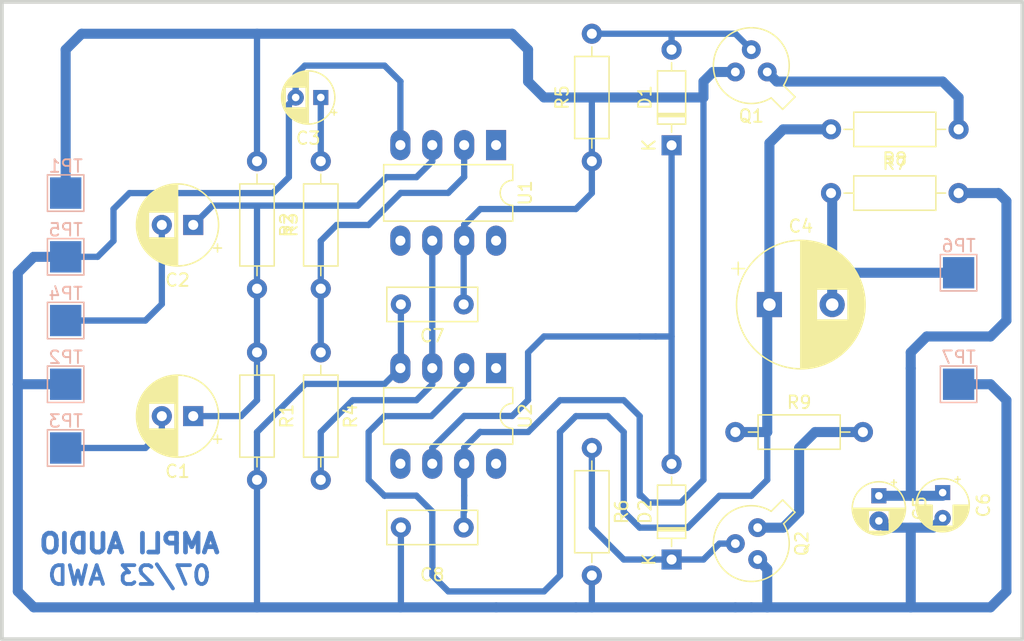
<source format=kicad_pcb>
(kicad_pcb (version 20211014) (generator pcbnew)
  (layers (0 "F.Cu" signal) (31 "B.Cu" signal) (34 "B.Paste" user) (35 "F.Paste" user) (36 "B.SilkS" user "B.Silkscreen") (37 "F.SilkS" user "F.Silkscreen") (38 "B.Mask" user) (39 "F.Mask" user) (44 "Edge.Cuts" user))
  (net 0 "")
  (net 1 "DCDCBOOST_15V")
  (net 2 "DCDCBOOST_0V")
  (net 3 "right+")
  (net 4 "left+")
  (net 5 "LOAD+")
  (net 6 "Net-(C1-Pad1)")
  (net 7 "Net-(R3-Pad1)")
  (net 8 "Net-(C3-Pad1)")
  (net 9 "Net-(R4-Pad2)")
  (net 10 "Net-(D1-Pad2)")
  (net 11 "Net-(D2-Pad1)")
  (net 12 "Net-(C5-Pad1)")
  (net 13 "Net-(C4-Pad1)")
  (net 19 "Net-(D1-Pad1)")
  (net 21 "Net-(Q1-Pad1)")
  (net 22 "Net-(Q2-Pad1)")
  (footprint "Capacitor_THT:CP_Radial_D4.0mm_P1.50mm" (layer "F.Cu") (at 176.53 113.03 -90)
    (fp_text reference "C6" (at 0.75 -3.25 90) (layer "F.SilkS"))
    (fp_text value "1u")
    (pad "1" thru_hole rect (at -0.254 0 270) (size 1.2 1.2) (drill 0.6) (layers *.Cu *.Mask) (net 12 "Net-(C5-Pad1)"))
    (pad "2" thru_hole circle (at 1.778 0) (size 1.3 1.3) (drill 0.6) (layers *.Cu *.Mask) (net 2 "DCDCBOOST_0V"))
  )
  (footprint "Capacitor_THT:CP_Radial_D4.0mm_P2.00mm" (layer "F.Cu") (at 127 81.28 180)
    (fp_text reference "C3" (at 1 -3.25) (layer "F.SilkS"))
    (fp_text value "10u")
    (pad "1" thru_hole rect (at 0 0 180) (size 1.2 1.2) (drill 0.6) (layers *.Cu *.Mask) (net 8 "Net-(C3-Pad1)"))
    (pad "2" thru_hole circle (at 2 0 180) (size 1.3 1.3) (drill 0.6) (layers *.Cu *.Mask) (net 2 "DCDCBOOST_0V"))
  )
  (footprint "Resistor_THT:R_Axial_DIN0207_L6.3mm_D2.5mm_P10.16mm_Horizontal" (layer "F.Cu") (at 148.59 86.36 90)
    (fp_text reference "R5" (at 5.08 -2.37 90) (layer "F.SilkS"))
    (fp_text value "1k")
    (pad "1" thru_hole circle (at 0 0 90) (size 1.6 1.6) (drill 0.8) (layers *.Cu *.Mask) (net 1 "DCDCBOOST_15V"))
    (pad "2" thru_hole oval (at 10.16 0 90) (size 1.6 1.6) (drill 0.8) (layers *.Cu *.Mask) (net 10 "Net-(D1-Pad2)"))
  )
  (footprint "Resistor_THT:R_Axial_DIN0207_L6.3mm_D2.5mm_P10.16mm_Horizontal" (layer "F.Cu") (at 177.8 83.82 180)
    (fp_text reference "R8" (at 5.08 -2.37) (layer "F.SilkS"))
    (fp_text value "22")
    (pad "1" thru_hole circle (at 0 0 180) (size 1.6 1.6) (drill 0.8) (layers *.Cu *.Mask) (net 21 "Net-(Q1-Pad1)"))
    (pad "2" thru_hole oval (at 10.16 0 180) (size 1.6 1.6) (drill 0.8) (layers *.Cu *.Mask) (net 13 "Net-(C4-Pad1)"))
  )
  (footprint "Capacitor_THT:CP_Radial_D10.0mm_P5.00mm" (layer "F.Cu") (at 162.732323 97.79)
    (fp_text reference "C4" (at 2.5 -6.25) (layer "F.SilkS"))
    (fp_text value "1000u")
    (pad "1" thru_hole rect (at 0 0) (size 2 2) (drill 1) (layers *.Cu *.Mask) (net 13 "Net-(C4-Pad1)"))
    (pad "2" thru_hole circle (at 5 0) (size 2 2) (drill 1) (layers *.Cu *.Mask) (net 5 "LOAD+"))
  )
  (footprint "Capacitor_THT:C_Rect_L7.0mm_W2.5mm_P5.00mm" (layer "F.Cu") (at 138.38 97.775 180)
    (fp_text reference "C7" (at 2.5 -2.5) (layer "F.SilkS"))
    (fp_text value "100n")
    (pad "1" thru_hole circle (at 0 0 180) (size 1.6 1.6) (drill 0.8) (layers *.Cu *.Mask) (net 1 "DCDCBOOST_15V"))
    (pad "2" thru_hole circle (at 5 0 180) (size 1.6 1.6) (drill 0.8) (layers *.Cu *.Mask) (net 2 "DCDCBOOST_0V"))
  )
  (footprint "Package_TO_SOT_THT:TO-18-3" (layer "F.Cu") (at 162.56 78.74 180)
    (fp_text reference "Q1" (at 1.27 -4.02) (layer "F.SilkS"))
    (fp_text value "2N2222")
    (pad "1" thru_hole oval (at 0 -0.508 180) (size 1.5 1.5) (drill 0.7) (layers *.Cu *.Mask) (net 21 "Net-(Q1-Pad1)"))
    (pad "2" thru_hole oval (at 1.27 1.27 180) (size 1.5 1.5) (drill 0.7) (layers *.Cu *.Mask) (net 10 "Net-(D1-Pad2)"))
    (pad "3" thru_hole oval (at 2.54 -0.508 180) (size 1.5 1.5) (drill 0.7) (layers *.Cu *.Mask) (net 1 "DCDCBOOST_15V"))
  )
  (footprint "Capacitor_THT:CP_Radial_D6.3mm_P2.50mm" (layer "F.Cu") (at 116.84 106.68 180)
    (fp_text reference "C1" (at 1.25 -4.4) (layer "F.SilkS"))
    (fp_text value "100u")
    (pad "1" thru_hole rect (at 0 0 180) (size 1.6 1.6) (drill 0.8) (layers *.Cu *.Mask) (net 6 "Net-(C1-Pad1)"))
    (pad "2" thru_hole circle (at 2.5 0 180) (size 1.6 1.6) (drill 0.8) (layers *.Cu *.Mask) (net 3 "right+"))
  )
  (footprint "Capacitor_THT:CP_Radial_D6.3mm_P2.50mm" (layer "F.Cu") (at 116.84 91.44 180)
    (fp_text reference "C2" (at 1.25 -4.4) (layer "F.SilkS"))
    (fp_text value "100u")
    (pad "1" thru_hole rect (at 0 0 180) (size 1.6 1.6) (drill 0.8) (layers *.Cu *.Mask) (net 6 "Net-(C1-Pad1)"))
    (pad "2" thru_hole circle (at 2.5 0 180) (size 1.6 1.6) (drill 0.8) (layers *.Cu *.Mask) (net 4 "left+"))
  )
  (footprint "Diode_THT:D_DO-35_SOD27_P7.62mm_Horizontal" (layer "F.Cu") (at 154.94 118.11 90)
    (fp_text reference "D2" (at 3.81 -2.12 90) (layer "F.SilkS"))
    (fp_text value "1N4148")
    (fp_text user "K" (at 0 -1.8 90) (layer "F.SilkS"))
    (pad "1" thru_hole rect (at 0 0 90) (size 1.6 1.6) (drill 0.8) (layers *.Cu *.Mask) (net 11 "Net-(D2-Pad1)"))
    (pad "2" thru_hole oval (at 7.62 0 90) (size 1.6 1.6) (drill 0.8) (layers *.Cu *.Mask) (net 19 "Net-(D1-Pad1)"))
  )
  (footprint "Resistor_THT:R_Axial_DIN0207_L6.3mm_D2.5mm_P10.16mm_Horizontal" (layer "F.Cu") (at 121.92 86.36 -90)
    (fp_text reference "R2" (at 5.08 -2.37 90) (layer "F.SilkS"))
    (fp_text value "1k")
    (pad "1" thru_hole circle (at 0 0 270) (size 1.6 1.6) (drill 0.8) (layers *.Cu *.Mask) (net 1 "DCDCBOOST_15V"))
    (pad "2" thru_hole oval (at 10.16 0 270) (size 1.6 1.6) (drill 0.8) (layers *.Cu *.Mask) (net 6 "Net-(C1-Pad1)"))
  )
  (footprint "Resistor_THT:R_Axial_DIN0207_L6.3mm_D2.5mm_P10.16mm_Horizontal" (layer "F.Cu") (at 127 101.6 -90)
    (fp_text reference "R4" (at 5.08 -2.37 90) (layer "F.SilkS"))
    (fp_text value "10k")
    (pad "1" thru_hole circle (at 0 0 270) (size 1.6 1.6) (drill 0.8) (layers *.Cu *.Mask) (net 7 "Net-(R3-Pad1)"))
    (pad "2" thru_hole oval (at 10.16 0 270) (size 1.6 1.6) (drill 0.8) (layers *.Cu *.Mask) (net 9 "Net-(R4-Pad2)"))
  )
  (footprint "Resistor_THT:R_Axial_DIN0207_L6.3mm_D2.5mm_P10.16mm_Horizontal" (layer "F.Cu") (at 167.64 88.9)
    (fp_text reference "R7" (at 5.08 -2.37) (layer "F.SilkS"))
    (fp_text value "22")
    (pad "1" thru_hole circle (at 0 0) (size 1.6 1.6) (drill 0.8) (layers *.Cu *.Mask) (net 5 "LOAD+"))
    (pad "2" thru_hole oval (at 10.16 0) (size 1.6 1.6) (drill 0.8) (layers *.Cu *.Mask) (net 12 "Net-(C5-Pad1)"))
  )
  (footprint "Package_TO_SOT_THT:TO-18-3" (layer "F.Cu") (at 161.29 115.57 -90)
    (fp_text reference "Q2" (at 1.27 -4.02 90) (layer "F.SilkS"))
    (fp_text value "2N2907")
    (pad "1" thru_hole oval (at 0 -0.508 270) (size 1.5 1.5) (drill 0.7) (layers *.Cu *.Mask) (net 22 "Net-(Q2-Pad1)"))
    (pad "2" thru_hole oval (at 1.27 1.27 270) (size 1.5 1.5) (drill 0.7) (layers *.Cu *.Mask) (net 11 "Net-(D2-Pad1)"))
    (pad "3" thru_hole oval (at 2.54 -0.508 270) (size 1.5 1.5) (drill 0.7) (layers *.Cu *.Mask) (net 2 "DCDCBOOST_0V"))
  )
  (footprint "Resistor_THT:R_Axial_DIN0207_L6.3mm_D2.5mm_P10.16mm_Horizontal" (layer "F.Cu") (at 121.92 101.6 -90)
    (fp_text reference "R1" (at 5.08 -2.37 90) (layer "F.SilkS"))
    (fp_text value "1k")
    (pad "1" thru_hole circle (at 0 0 270) (size 1.6 1.6) (drill 0.8) (layers *.Cu *.Mask) (net 6 "Net-(C1-Pad1)"))
    (pad "2" thru_hole oval (at 10.16 0 270) (size 1.6 1.6) (drill 0.8) (layers *.Cu *.Mask) (net 2 "DCDCBOOST_0V"))
  )
  (footprint "Resistor_THT:R_Axial_DIN0207_L6.3mm_D2.5mm_P10.16mm_Horizontal" (layer "F.Cu") (at 148.59 109.22 -90)
    (fp_text reference "R6" (at 5.08 -2.37 90) (layer "F.SilkS"))
    (fp_text value "1k")
    (pad "1" thru_hole circle (at 0 0 270) (size 1.6 1.6) (drill 0.8) (layers *.Cu *.Mask) (net 11 "Net-(D2-Pad1)"))
    (pad "2" thru_hole oval (at 10.16 0 270) (size 1.6 1.6) (drill 0.8) (layers *.Cu *.Mask) (net 2 "DCDCBOOST_0V"))
  )
  (footprint "Package_DIP:DIP-8_W7.62mm_LongPads" (layer "F.Cu") (at 140.96 85.075 -90)
    (fp_text reference "U1" (at 3.81 -2.33 90) (layer "F.SilkS"))
    (fp_text value "LM741")
    (pad "1" thru_hole rect (at 0 0 270) (size 2.4 1.6) (drill 0.8) (layers *.Cu *.Mask))
    (pad "2" thru_hole oval (at 0 2.54 270) (size 2.4 1.6) (drill 0.8) (layers *.Cu *.Mask) (net 7 "Net-(R3-Pad1)"))
    (pad "3" thru_hole oval (at 0 5.08 270) (size 2.4 1.6) (drill 0.8) (layers *.Cu *.Mask) (net 6 "Net-(C1-Pad1)"))
    (pad "4" thru_hole oval (at 0 7.62 270) (size 2.4 1.6) (drill 0.8) (layers *.Cu *.Mask) (net 2 "DCDCBOOST_0V"))
    (pad "5" thru_hole oval (at 7.62 7.62 270) (size 2.4 1.6) (drill 0.8) (layers *.Cu *.Mask))
    (pad "6" thru_hole oval (at 7.62 5.08 270) (size 2.4 1.6) (drill 0.8) (layers *.Cu *.Mask) (net 9 "Net-(R4-Pad2)"))
    (pad "7" thru_hole oval (at 7.62 2.54 270) (size 2.4 1.6) (drill 0.8) (layers *.Cu *.Mask) (net 1 "DCDCBOOST_15V"))
    (pad "8" thru_hole oval (at 7.62 0 270) (size 2.4 1.6) (drill 0.8) (layers *.Cu *.Mask))
  )
  (footprint "Package_DIP:DIP-8_W7.62mm_LongPads" (layer "F.Cu") (at 140.96 102.855 -90)
    (fp_text reference "U2" (at 3.81 -2.33 90) (layer "F.SilkS"))
    (fp_text value "LM741")
    (pad "1" thru_hole rect (at 0 0 270) (size 2.4 1.6) (drill 0.8) (layers *.Cu *.Mask))
    (pad "2" thru_hole oval (at 0 2.54 270) (size 2.4 1.6) (drill 0.8) (layers *.Cu *.Mask) (net 13 "Net-(C4-Pad1)"))
    (pad "3" thru_hole oval (at 0 5.08 270) (size 2.4 1.6) (drill 0.8) (layers *.Cu *.Mask) (net 9 "Net-(R4-Pad2)"))
    (pad "4" thru_hole oval (at 0 7.62 270) (size 2.4 1.6) (drill 0.8) (layers *.Cu *.Mask) (net 2 "DCDCBOOST_0V"))
    (pad "5" thru_hole oval (at 7.62 7.62 270) (size 2.4 1.6) (drill 0.8) (layers *.Cu *.Mask))
    (pad "6" thru_hole oval (at 7.62 5.08 270) (size 2.4 1.6) (drill 0.8) (layers *.Cu *.Mask) (net 19 "Net-(D1-Pad1)"))
    (pad "7" thru_hole oval (at 7.62 2.54 270) (size 2.4 1.6) (drill 0.8) (layers *.Cu *.Mask) (net 1 "DCDCBOOST_15V"))
    (pad "8" thru_hole oval (at 7.62 0 270) (size 2.4 1.6) (drill 0.8) (layers *.Cu *.Mask))
  )
  (footprint "Diode_THT:D_DO-35_SOD27_P7.62mm_Horizontal" (layer "F.Cu") (at 154.94 85.09 90)
    (fp_text reference "D1" (at 3.81 -2.12 90) (layer "F.SilkS"))
    (fp_text value "1N4148")
    (fp_text user "K" (at 0 -1.8 90) (layer "F.SilkS"))
    (pad "1" thru_hole rect (at 0 0 90) (size 1.6 1.6) (drill 0.8) (layers *.Cu *.Mask) (net 19 "Net-(D1-Pad1)"))
    (pad "2" thru_hole oval (at 7.62 0 90) (size 1.6 1.6) (drill 0.8) (layers *.Cu *.Mask) (net 10 "Net-(D1-Pad2)"))
  )
  (footprint "Resistor_THT:R_Axial_DIN0207_L6.3mm_D2.5mm_P10.16mm_Horizontal" (layer "F.Cu") (at 160.02 107.95)
    (fp_text reference "R9" (at 5.08 -2.37) (layer "F.SilkS"))
    (fp_text value "22")
    (pad "1" thru_hole circle (at 0 0) (size 1.6 1.6) (drill 0.8) (layers *.Cu *.Mask) (net 13 "Net-(C4-Pad1)"))
    (pad "2" thru_hole oval (at 10.16 0) (size 1.6 1.6) (drill 0.8) (layers *.Cu *.Mask) (net 22 "Net-(Q2-Pad1)"))
  )
  (footprint "Capacitor_THT:CP_Radial_D4.0mm_P2.00mm" (layer "F.Cu") (at 171.45 113.03 -90)
    (fp_text reference "C5" (at 1 -3.25 90) (layer "F.SilkS"))
    (fp_text value "1u")
    (pad "1" thru_hole rect (at 0 0 270) (size 1.2 1.2) (drill 0.6) (layers *.Cu *.Mask) (net 12 "Net-(C5-Pad1)"))
    (pad "2" thru_hole circle (at 2 0 270) (size 1.5 1.5) (drill 0.6) (layers *.Cu *.Mask) (net 2 "DCDCBOOST_0V"))
  )
  (footprint "Resistor_THT:R_Axial_DIN0207_L6.3mm_D2.5mm_P10.16mm_Horizontal" (layer "F.Cu") (at 127 96.52 90)
    (fp_text reference "R3" (at 5.08 -2.37 90) (layer "F.SilkS"))
    (fp_text value "470")
    (pad "1" thru_hole circle (at 0 0 90) (size 1.6 1.6) (drill 0.8) (layers *.Cu *.Mask) (net 7 "Net-(R3-Pad1)"))
    (pad "2" thru_hole oval (at 10.16 0 90) (size 1.6 1.6) (drill 0.8) (layers *.Cu *.Mask) (net 8 "Net-(C3-Pad1)"))
  )
  (footprint "Capacitor_THT:C_Rect_L7.0mm_W2.5mm_P5.00mm" (layer "F.Cu") (at 138.38 115.555 180)
    (fp_text reference "C8" (at 2.5 -3.77) (layer "F.SilkS"))
    (fp_text value "100n")
    (pad "1" thru_hole circle (at 0 0 180) (size 1.6 1.6) (drill 0.8) (layers *.Cu *.Mask) (net 1 "DCDCBOOST_15V"))
    (pad "2" thru_hole circle (at 5 0 180) (size 1.6 1.6) (drill 0.8) (layers *.Cu *.Mask) (net 2 "DCDCBOOST_0V"))
  )
  (footprint "TestPoint:TestPoint_Pad_2.5x2.5mm" (layer "B.Cu") (at 106.68 104.14 180)
    (fp_text reference "TP2" (at 0 2.148) (layer "B.SilkS") (effects (justify mirror)))
    (fp_text value "TestPoint")
    (pad "1" smd rect (at 0 0 180) (size 2.5 2.5) (layers "B.Cu" "B.Mask") (net 2 "DCDCBOOST_0V"))
  )
  (footprint "TestPoint:TestPoint_Pad_2.5x2.5mm" (layer "B.Cu") (at 177.8 104.14 180)
    (fp_text reference "TP7" (at 0 2.148) (layer "B.SilkS") (effects (justify mirror)))
    (fp_text value "TestPoint")
    (pad "1" smd rect (at 0 0 180) (size 2.5 2.5) (layers "B.Cu" "B.Mask") (net 2 "DCDCBOOST_0V"))
  )
  (footprint "TestPoint:TestPoint_Pad_2.5x2.5mm" (layer "B.Cu") (at 177.8 95.25 180)
    (fp_text reference "TP6" (at 0 2.148) (layer "B.SilkS") (effects (justify mirror)))
    (fp_text value "TestPoint")
    (pad "1" smd rect (at 0 0 180) (size 2.5 2.5) (layers "B.Cu" "B.Mask") (net 5 "LOAD+"))
  )
  (footprint "TestPoint:TestPoint_Pad_2.5x2.5mm" (layer "B.Cu") (at 106.68 99.06 180)
    (fp_text reference "TP4" (at 0 2.148) (layer "B.SilkS") (effects (justify mirror)))
    (fp_text value "TestPoint")
    (pad "1" smd rect (at 0 0 180) (size 2.5 2.5) (layers "B.Cu" "B.Mask") (net 4 "left+"))
  )
  (footprint "TestPoint:TestPoint_Pad_2.5x2.5mm" (layer "B.Cu") (at 106.68 88.9 180)
    (fp_text reference "TP1" (at 0 2.148) (layer "B.SilkS") (effects (justify mirror)))
    (fp_text value "TestPoint")
    (pad "1" smd rect (at 0 0 180) (size 2.5 2.5) (layers "B.Cu" "B.Mask") (net 1 "DCDCBOOST_15V"))
  )
  (footprint "TestPoint:TestPoint_Pad_2.5x2.5mm" (layer "B.Cu") (at 106.68 93.98 180)
    (fp_text reference "TP5" (at 0 2.148) (layer "B.SilkS") (effects (justify mirror)))
    (fp_text value "TestPoint")
    (pad "1" smd rect (at 0 0 180) (size 2.5 2.5) (layers "B.Cu" "B.Mask") (net 2 "DCDCBOOST_0V"))
  )
  (footprint "TestPoint:TestPoint_Pad_2.5x2.5mm" (layer "B.Cu") (at 106.68 109.22 180)
    (fp_text reference "TP3" (at 0 2.148) (layer "B.SilkS") (effects (justify mirror)))
    (fp_text value "TestPoint")
    (pad "1" smd rect (at 0 0 180) (size 2.5 2.5) (layers "B.Cu" "B.Mask") (net 3 "right+"))
  )
  (gr_rect (start 101.6 73.66) (end 182.88 124.46) (layer "Edge.Cuts") (width 0.3) (fill none))
  (gr_text "07/23 AWD" (at 111.76 119.38) (layer "B.Cu") (effects (font (size 1.5 1.5) (thickness 0.3)) (justify mirror)))
  (gr_text "AMPLI AUDIO" (at 111.76 116.84) (layer "B.Cu") (effects (font (size 1.5 1.5) (thickness 0.375)) (justify mirror)))
  (segment (start 148.59 88.9) (end 148.59 86.36) (width 0.5) (layer "B.Cu") (net 1))
  (segment (start 151.13 105.41) (end 152.4 106.68) (width 0.5) (layer "B.Cu") (net 1))
  (segment (start 142.24 76.2) (end 143.51 77.47) (width 0.8) (layer "B.Cu") (net 1))
  (segment (start 138.38 92.735) (end 138.42 92.695) (width 0.5) (layer "B.Cu") (net 1))
  (segment (start 144.78 106.68) (end 143.51 107.95) (width 0.5) (layer "B.Cu") (net 1))
  (segment (start 157.48 81.28) (end 157.48 111.76) (width 0.5) (layer "B.Cu") (net 1))
  (segment (start 143.51 107.95) (end 139.69 107.95) (width 0.5) (layer "B.Cu") (net 1))
  (segment (start 138.38 114.325) (end 138.42 114.285) (width 0.5) (layer "B.Cu") (net 1))
  (segment (start 152.4 106.68) (end 152.4 113.03) (width 0.5) (layer "B.Cu") (net 1))
  (segment (start 121.92 86.36) (end 121.92 76.2) (width 0.5) (layer "B.Cu") (net 1))
  (segment (start 147.32 81.28) (end 157.48 81.28) (width 0.8) (layer "B.Cu") (net 1))
  (segment (start 144.78 106.68) (end 146.05 105.41) (width 0.5) (layer "B.Cu") (net 1))
  (segment (start 157.48 81.28) (end 157.48 80.01) (width 0.8) (layer "B.Cu") (net 1))
  (segment (start 158.242 79.248) (end 160.02 79.248) (width 0.8) (layer "B.Cu") (net 1))
  (segment (start 138.42 92.695) (end 138.42 91.425) (width 0.5) (layer "B.Cu") (net 1))
  (segment (start 121.92 76.2) (end 142.24 76.2) (width 0.8) (layer "B.Cu") (net 1))
  (segment (start 139.69 107.935) (end 138.42 109.205) (width 0.5) (layer "B.Cu") (net 1))
  (segment (start 157.48 80.01) (end 158.242 79.248) (width 0.8) (layer "B.Cu") (net 1))
  (segment (start 138.42 113.015) (end 138.42 110.475) (width 0.5) (layer "B.Cu") (net 1))
  (segment (start 147.32 90.17) (end 148.59 88.9) (width 0.5) (layer "B.Cu") (net 1))
  (segment (start 138.38 97.775) (end 138.38 92.735) (width 0.5) (layer "B.Cu") (net 1))
  (segment (start 106.68 88.9) (end 106.68 77.47) (width 0.8) (layer "B.Cu") (net 1))
  (segment (start 138.445 91.425) (end 139.7 90.17) (width 0.5) (layer "B.Cu") (net 1))
  (segment (start 148.59 86.36) (end 148.59 81.28) (width 0.5) (layer "B.Cu") (net 1))
  (segment (start 138.42 114.285) (end 138.42 113.015) (width 0.5) (layer "B.Cu") (net 1))
  (segment (start 143.51 77.47) (end 143.51 80.01) (width 0.8) (layer "B.Cu") (net 1))
  (segment (start 144.78 81.28) (end 147.32 81.28) (width 0.8) (layer "B.Cu") (net 1))
  (segment (start 138.42 109.205) (end 138.42 110.475) (width 0.5) (layer "B.Cu") (net 1))
  (segment (start 138.42 91.425) (end 138.445 91.425) (width 0.5) (layer "B.Cu") (net 1))
  (segment (start 143.51 80.01) (end 144.78 81.28) (width 0.8) (layer "B.Cu") (net 1))
  (segment (start 153.084214 113.57) (end 152.4 112.885786) (width 0.5) (layer "B.Cu") (net 1))
  (segment (start 106.68 77.47) (end 107.95 76.2) (width 0.8) (layer "B.Cu") (net 1))
  (segment (start 138.38 115.555) (end 138.38 114.325) (width 0.5) (layer "B.Cu") (net 1))
  (segment (start 157.48 111.76) (end 155.67 113.57) (width 0.5) (layer "B.Cu") (net 1))
  (segment (start 155.67 113.57) (end 153.084214 113.57) (width 0.5) (layer "B.Cu") (net 1))
  (segment (start 107.95 76.2) (end 121.92 76.2) (width 0.8) (layer "B.Cu") (net 1))
  (segment (start 139.7 90.17) (end 147.32 90.17) (width 0.5) (layer "B.Cu") (net 1))
  (segment (start 146.05 105.41) (end 151.13 105.41) (width 0.5) (layer "B.Cu") (net 1))
  (segment (start 148.59 121.92) (end 147.32 121.92) (width 0.8) (layer "B.Cu") (net 2))
  (segment (start 109.22 93.98) (end 110.49 92.71) (width 0.5) (layer "B.Cu") (net 2))
  (segment (start 133.34 85.075) (end 133.34 80.02) (width 0.5) (layer "B.Cu") (net 2))
  (segment (start 110.49 90.17) (end 111.76 88.9) (width 0.5) (layer "B.Cu") (net 2))
  (segment (start 133.34 102.855) (end 132.085 104.11) (width 0.5) (layer "B.Cu") (net 2))
  (segment (start 102.87 95.25) (end 102.87 104.14) (width 0.8) (layer "B.Cu") (net 2))
  (segment (start 102.87 120.65) (end 102.87 104.14) (width 0.8) (layer "B.Cu") (net 2))
  (segment (start 125 79.47) (end 125 81.28) (width 0.5) (layer "B.Cu") (net 2))
  (segment (start 173.99 115.57) (end 171.99 115.57) (width 0.8) (layer "B.Cu") (net 2))
  (segment (start 140.97 121.92) (end 133.35 121.92) (width 0.8) (layer "B.Cu") (net 2))
  (segment (start 106.68 93.98) (end 109.22 93.98) (width 0.5) (layer "B.Cu") (net 2))
  (segment (start 102.87 95.25) (end 104.14 93.98) (width 0.8) (layer "B.Cu") (net 2))
  (segment (start 173.99 121.92) (end 173.99 115.57) (width 0.8) (layer "B.Cu") (net 2))
  (segment (start 125.76 104.11) (end 121.92 107.95) (width 0.5) (layer "B.Cu") (net 2))
  (segment (start 133.39 121.88) (end 133.35 121.92) (width 0.5) (layer "B.Cu") (net 2))
  (segment (start 133.38 97.775) (end 133.38 102.815) (width 0.5) (layer "B.Cu") (net 2))
  (segment (start 121.92 107.95) (end 121.92 111.76) (width 0.5) (layer "B.Cu") (net 2))
  (segment (start 147.32 121.92) (end 140.97 121.92) (width 0.8) (layer "B.Cu") (net 2))
  (segment (start 181.61 120.65) (end 181.61 105.41) (width 0.8) (layer "B.Cu") (net 2))
  (segment (start 124.46 87.63) (end 124.46 81.82) (width 0.5) (layer "B.Cu") (net 2))
  (segment (start 121.92 121.92) (end 121.92 111.76) (width 0.5) (layer "B.Cu") (net 2))
  (segment (start 175.768 115.57) (end 176.53 114.808) (width 0.8) (layer "B.Cu") (net 2))
  (segment (start 106.68 93.98) (end 104.14 93.98) (width 0.8) (layer "B.Cu") (net 2))
  (segment (start 106.68 104.14) (end 102.87 104.14) (width 0.8) (layer "B.Cu") (net 2))
  (segment (start 104.14 121.92) (end 102.87 120.65) (width 0.8) (layer "B.Cu") (net 2))
  (segment (start 133.34 80.02) (end 133.35 80.01) (width 0.5) (layer "B.Cu") (net 2))
  (segment (start 133.38 102.815) (end 133.34 102.855) (width 0.5) (layer "B.Cu") (net 2))
  (segment (start 160.02 121.92) (end 148.59 121.92) (width 0.8) (layer "B.Cu") (net 2))
  (segment (start 181.61 105.41) (end 180.34 104.14) (width 0.8) (layer "B.Cu") (net 2))
  (segment (start 133.35 80.01) (end 132.08 78.74) (width 0.5) (layer "B.Cu") (net 2))
  (segment (start 180.34 104.14) (end 177.8 104.14) (width 0.8) (layer "B.Cu") (net 2))
  (segment (start 133.38 115.555) (end 133.38 121.89) (width 0.5) (layer "B.Cu") (net 2))
  (segment (start 111.76 88.9) (end 123.19 88.9) (width 0.5) (layer "B.Cu") (net 2))
  (segment (start 132.085 104.11) (end 125.76 104.11) (width 0.5) (layer "B.Cu") (net 2))
  (segment (start 161.29 121.92) (end 160.02 121.92) (width 0.8) (layer "B.Cu") (net 2))
  (segment (start 173.99 115.57) (end 175.768 115.57) (width 0.8) (layer "B.Cu") (net 2))
  (segment (start 180.34 121.92) (end 181.61 120.65) (width 0.8) (layer "B.Cu") (net 2))
  (segment (start 133.35 121.92) (end 121.92 121.92) (width 0.8) (layer "B.Cu") (net 2))
  (segment (start 173.99 121.92) (end 180.34 121.92) (width 0.8) (layer "B.Cu") (net 2))
  (segment (start 110.49 92.71) (end 110.49 90.17) (width 0.5) (layer "B.Cu") (net 2))
  (segment (start 173.99 121.92) (end 162.56 121.92) (width 0.8) (layer "B.Cu") (net 2))
  (segment (start 133.38 121.89) (end 133.35 121.92) (width 0.5) (layer "B.Cu") (net 2))
  (segment (start 171.99 115.57) (end 171.45 115.03) (width 0.5) (layer "B.Cu") (net 2))
  (segment (start 123.19 88.9) (end 124.46 87.63) (width 0.5) (layer "B.Cu") (net 2))
  (segment (start 162.56 121.92) (end 162.56 118.872) (width 0.8) (layer "B.Cu") (net 2))
  (segment (start 148.59 119.38) (end 148.59 121.92) (width 0.5) (layer "B.Cu") (net 2))
  (segment (start 162.56 118.872) (end 161.798 118.11) (width 0.8) (layer "B.Cu") (net 2))
  (segment (start 121.92 121.92) (end 104.14 121.92) (width 0.8) (layer "B.Cu") (net 2))
  (segment (start 132.08 78.74) (end 125.73 78.74) (width 0.5) (layer "B.Cu") (net 2))
  (segment (start 124.46 81.82) (end 125 81.28) (width 0.5) (layer "B.Cu") (net 2))
  (segment (start 125.73 78.74) (end 125 79.47) (width 0.5) (layer "B.Cu") (net 2))
  (segment (start 162.56 121.92) (end 161.29 121.92) (width 0.8) (layer "B.Cu") (net 2))
  (segment (start 106.68 109.22) (end 113.03 109.22) (width 0.5) (layer "B.Cu") (net 3))
  (segment (start 113.03 109.22) (end 114.34 107.91) (width 0.5) (layer "B.Cu") (net 3))
  (segment (start 114.34 107.91) (end 114.34 106.68) (width 0.5) (layer "B.Cu") (net 3))
  (segment (start 113.03 99.06) (end 114.34 97.75) (width 0.5) (layer "B.Cu") (net 4))
  (segment (start 114.34 97.75) (end 114.34 91.44) (width 0.5) (layer "B.Cu") (net 4))
  (segment (start 106.68 99.06) (end 113.03 99.06) (width 0.5) (layer "B.Cu") (net 4))
  (segment (start 167.732323 95.342323) (end 167.732323 88.992323) (width 0.8) (layer "B.Cu") (net 5))
  (segment (start 167.732323 88.992323) (end 167.64 88.9) (width 0.5) (layer "B.Cu") (net 5))
  (segment (start 167.824646 95.25) (end 167.732323 95.342323) (width 0.5) (layer "B.Cu") (net 5))
  (segment (start 177.8 95.25) (end 167.824646 95.25) (width 0.8) (layer "B.Cu") (net 5))
  (segment (start 167.732323 97.79) (end 167.732323 95.342323) (width 0.8) (layer "B.Cu") (net 5))
  (segment (start 121.92 96.52) (end 121.92 101.6) (width 0.5) (layer "B.Cu") (net 6))
  (segment (start 120.65 106.68) (end 121.92 105.41) (width 0.5) (layer "B.Cu") (net 6))
  (segment (start 116.84 91.44) (end 118.38 89.9) (width 0.5) (layer "B.Cu") (net 6))
  (segment (start 135.88 86.37) (end 135.88 85.075) (width 0.5) (layer "B.Cu") (net 6))
  (segment (start 121.92 105.41) (end 121.92 101.6) (width 0.5) (layer "B.Cu") (net 6))
  (segment (start 134.62 87.63) (end 135.88 86.37) (width 0.5) (layer "B.Cu") (net 6))
  (segment (start 116.84 106.68) (end 120.65 106.68) (width 0.5) (layer "B.Cu") (net 6))
  (segment (start 121.92 96.52) (end 121.92 90.17) (width 0.5) (layer "B.Cu") (net 6))
  (segment (start 118.38 89.9) (end 129.954214 89.9) (width 0.5) (layer "B.Cu") (net 6))
  (segment (start 132.224214 87.63) (end 134.62 87.63) (width 0.5) (layer "B.Cu") (net 6))
  (segment (start 129.954214 89.9) (end 132.224214 87.63) (width 0.5) (layer "B.Cu") (net 6))
  (segment (start 138.42 87.615) (end 137.15 88.885) (width 0.5) (layer "B.Cu") (net 7))
  (segment (start 127 96.52) (end 127 101.6) (width 0.5) (layer "B.Cu") (net 7))
  (segment (start 133.365 88.885) (end 133.35 88.9) (width 0.5) (layer "B.Cu") (net 7))
  (segment (start 128.27 91.44) (end 127 92.71) (width 0.5) (layer "B.Cu") (net 7))
  (segment (start 138.42 85.075) (end 138.42 87.615) (width 0.5) (layer "B.Cu") (net 7))
  (segment (start 137.15 88.885) (end 133.365 88.885) (width 0.5) (layer "B.Cu") (net 7))
  (segment (start 127 92.71) (end 127 96.52) (width 0.5) (layer "B.Cu") (net 7))
  (segment (start 133.35 88.9) (end 130.81 91.44) (width 0.5) (layer "B.Cu") (net 7))
  (segment (start 130.81 91.44) (end 128.27 91.44) (width 0.5) (layer "B.Cu") (net 7))
  (segment (start 127 81.28) (end 127 86.36) (width 0.5) (layer "B.Cu") (net 8))
  (segment (start 135.88 92.695) (end 135.88 102.855) (width 0.5) (layer "B.Cu") (net 9))
  (segment (start 127 107.95) (end 129.54 105.41) (width 0.5) (layer "B.Cu") (net 9))
  (segment (start 135.88 104.15) (end 135.88 102.855) (width 0.5) (layer "B.Cu") (net 9))
  (segment (start 129.54 105.41) (end 134.62 105.41) (width 0.5) (layer "B.Cu") (net 9))
  (segment (start 134.62 105.41) (end 135.88 104.15) (width 0.5) (layer "B.Cu") (net 9))
  (segment (start 127 111.76) (end 127 107.95) (width 0.5) (layer "B.Cu") (net 9))
  (segment (start 160.02 76.2) (end 161.29 77.47) (width 0.5) (layer "B.Cu") (net 10))
  (segment (start 154.94 77.47) (end 154.94 76.2) (width 0.5) (layer "B.Cu") (net 10))
  (segment (start 148.59 76.2) (end 154.94 76.2) (width 0.5) (layer "B.Cu") (net 10))
  (segment (start 154.94 76.2) (end 160.02 76.2) (width 0.5) (layer "B.Cu") (net 10))
  (segment (start 151.13 118.11) (end 154.94 118.11) (width 0.5) (layer "B.Cu") (net 11))
  (segment (start 157.48 118.11) (end 154.94 118.11) (width 0.5) (layer "B.Cu") (net 11))
  (segment (start 158.75 116.84) (end 157.48 118.11) (width 0.5) (layer "B.Cu") (net 11))
  (segment (start 148.59 109.22) (end 148.59 115.57) (width 0.5) (layer "B.Cu") (net 11))
  (segment (start 148.59 115.57) (end 151.13 118.11) (width 0.5) (layer "B.Cu") (net 11))
  (segment (start 158.75 116.84) (end 160.02 116.84) (width 0.5) (layer "B.Cu") (net 11))
  (segment (start 180.975 88.9) (end 181.61 89.535) (width 0.8) (layer "B.Cu") (net 12))
  (segment (start 181.61 89.535) (end 181.61 99.06) (width 0.8) (layer "B.Cu") (net 12))
  (segment (start 173.99 101.6) (end 175.26 100.33) (width 0.8) (layer "B.Cu") (net 12))
  (segment (start 173.99 102.87) (end 173.99 113.03) (width 0.8) (layer "B.Cu") (net 12))
  (segment (start 173.99 102.87) (end 173.99 101.6) (width 0.8) (layer "B.Cu") (net 12))
  (segment (start 180.34 100.33) (end 175.26 100.33) (width 0.8) (layer "B.Cu") (net 12))
  (segment (start 171.45 113.03) (end 176.53 113.03) (width 0.8) (layer "B.Cu") (net 12))
  (segment (start 180.34 100.33) (end 181.61 99.06) (width 0.8) (layer "B.Cu") (net 12))
  (segment (start 177.8 88.9) (end 180.975 88.9) (width 0.8) (layer "B.Cu") (net 12))
  (segment (start 162.56 111.76) (end 162.56 107.95) (width 0.5) (layer "B.Cu") (net 13))
  (segment (start 162.732323 84.917677) (end 163.83 83.82) (width 0.8) (layer "B.Cu") (net 13))
  (segment (start 137.16 120.65) (end 144.78 120.65) (width 0.5) (layer "B.Cu") (net 13))
  (segment (start 130.81 107.95) (end 130.81 111.76) (width 0.5) (layer "B.Cu") (net 13))
  (segment (start 135.89 116.835) (end 135.89 119.38) (width 0.5) (layer "B.Cu") (net 13))
  (segment (start 162.732323 97.79) (end 162.732323 84.917677) (width 0.8) (layer "B.Cu") (net 13))
  (segment (start 163.83 83.82) (end 167.64 83.82) (width 0.8) (layer "B.Cu") (net 13))
  (segment (start 160.02 107.95) (end 162.56 107.95) (width 0.8) (layer "B.Cu") (net 13))
  (segment (start 135.88 114.285) (end 135.88 116.825) (width 0.5) (layer "B.Cu") (net 13))
  (segment (start 162.56 107.95) (end 162.56 97.962323) (width 0.8) (layer "B.Cu") (net 13))
  (segment (start 162.56 97.962323) (end 162.732323 97.79) (width 0.5) (layer "B.Cu") (net 13))
  (segment (start 134.61 113.015) (end 135.88 114.285) (width 0.5) (layer "B.Cu") (net 13))
  (segment (start 132.08 106.68) (end 130.81 107.95) (width 0.5) (layer "B.Cu") (net 13))
  (segment (start 151.13 107.95) (end 151.13 114.3) (width 0.5) (layer "B.Cu") (net 13))
  (segment (start 135.88 116.825) (end 135.89 116.835) (width 0.5) (layer "B.Cu") (net 13))
  (segment (start 146.05 107.95) (end 147.32 106.68) (width 0.5) (layer "B.Cu") (net 13))
  (segment (start 149.86 106.68) (end 151.13 107.95) (width 0.5) (layer "B.Cu") (net 13))
  (segment (start 156.21 115.57) (end 158.75 113.03) (width 0.5) (layer "B.Cu") (net 13))
  (segment (start 135.89 119.38) (end 137.16 120.65) (width 0.5) (layer "B.Cu") (net 13))
  (segment (start 161.29 113.03) (end 162.56 111.76) (width 0.5) (layer "B.Cu") (net 13))
  (segment (start 146.05 119.38) (end 146.05 107.95) (width 0.5) (layer "B.Cu") (net 13))
  (segment (start 152.4 115.57) (end 156.21 115.57) (width 0.5) (layer "B.Cu") (net 13))
  (segment (start 138.42 102.855) (end 138.42 104.065393) (width 0.5) (layer "B.Cu") (net 13))
  (segment (start 132.095 113.015) (end 134.61 113.015) (width 0.5) (layer "B.Cu") (net 13))
  (segment (start 151.13 114.3) (end 152.4 115.57) (width 0.5) (layer "B.Cu") (net 13))
  (segment (start 144.78 120.65) (end 146.05 119.38) (width 0.5) (layer "B.Cu") (net 13))
  (segment (start 138.42 104.065393) (end 135.805393 106.68) (width 0.5) (layer "B.Cu") (net 13))
  (segment (start 158.75 113.03) (end 161.29 113.03) (width 0.5) (layer "B.Cu") (net 13))
  (segment (start 132.08 113.03) (end 132.095 113.015) (width 0.5) (layer "B.Cu") (net 13))
  (segment (start 147.32 106.68) (end 149.86 106.68) (width 0.5) (layer "B.Cu") (net 13))
  (segment (start 130.81 111.76) (end 132.08 113.03) (width 0.5) (layer "B.Cu") (net 13))
  (segment (start 135.805393 106.68) (end 132.08 106.68) (width 0.5) (layer "B.Cu") (net 13))
  (segment (start 143.51 101.6) (end 143.51 105.4) (width 0.5) (layer "B.Cu") (net 19))
  (segment (start 138.4325 106.665) (end 142.23 106.665) (width 0.5) (layer "B.Cu") (net 19))
  (segment (start 135.88 109.2175) (end 138.4325 106.665) (width 0.5) (layer "B.Cu") (net 19))
  (segment (start 135.87 110.485) (end 135.88 110.475) (width 0.5) (layer "B.Cu") (net 19))
  (segment (start 153.67 100.33) (end 152.4 100.33) (width 0.5) (layer "B.Cu") (net 19))
  (segment (start 154.94 110.49) (end 154.94 85.09) (width 0.5) (layer "B.Cu") (net 19))
  (segment (start 144.78 100.33) (end 143.51 101.6) (width 0.5) (layer "B.Cu") (net 19))
  (segment (start 135.88 110.475) (end 135.88 109.2175) (width 0.5) (layer "B.Cu") (net 19))
  (segment (start 143.51 105.4) (end 142.23 106.68) (width 0.5) (layer "B.Cu") (net 19))
  (segment (start 153.67 100.33) (end 154.94 100.33) (width 0.5) (layer "B.Cu") (net 19))
  (segment (start 152.4 100.33) (end 144.78 100.33) (width 0.5) (layer "B.Cu") (net 19))
  (segment (start 176.53 80.01) (end 177.8 81.28) (width 0.8) (layer "B.Cu") (net 21))
  (segment (start 163.322 80.01) (end 176.53 80.01) (width 0.8) (layer "B.Cu") (net 21))
  (segment (start 177.8 81.28) (end 177.8 83.82) (width 0.8) (layer "B.Cu") (net 21))
  (segment (start 163.322 80.01) (end 162.56 79.248) (width 0.8) (layer "B.Cu") (net 21))
  (segment (start 165.1 109.22) (end 166.37 107.95) (width 0.8) (layer "B.Cu") (net 22))
  (segment (start 166.37 107.95) (end 170.18 107.95) (width 0.8) (layer "B.Cu") (net 22))
  (segment (start 163.83 115.57) (end 165.1 114.3) (width 0.8) (layer "B.Cu") (net 22))
  (segment (start 163.83 115.57) (end 161.798 115.57) (width 0.8) (layer "B.Cu") (net 22))
  (segment (start 165.1 114.3) (end 165.1 109.22) (width 0.8) (layer "B.Cu") (net 22))
)
</source>
